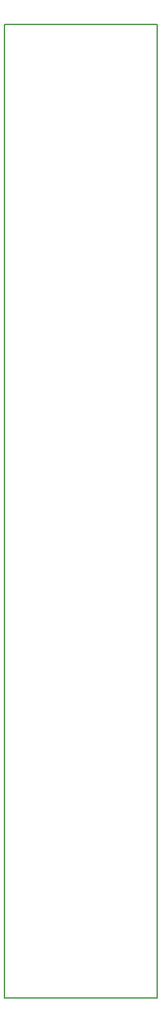
<source format=gko>
G04 DipTrace 3.3.0.0*
G04 uPeaks_panel.GKO*
%MOIN*%
G04 #@! TF.FileFunction,Profile*
G04 #@! TF.Part,Single*
%ADD11C,0.005512*%
%FSLAX26Y26*%
G04*
G70*
G90*
G75*
G01*
G04 BoardOutline*
%LPD*%
X394000Y394000D2*
D11*
X1190000D1*
Y5450000D1*
X394000D1*
Y394000D1*
M02*

</source>
